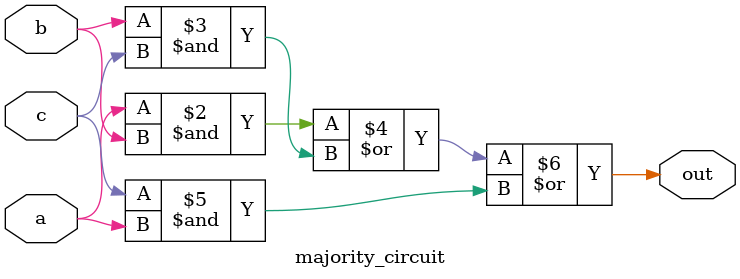
<source format=v>
module majority_circuit (
  input a,
  input b,
  input c,
  output reg out
);

  always @ (a, b, c) begin
    out = (a & b) | (b & c) | (c & a);
  end
  
endmodule

</source>
